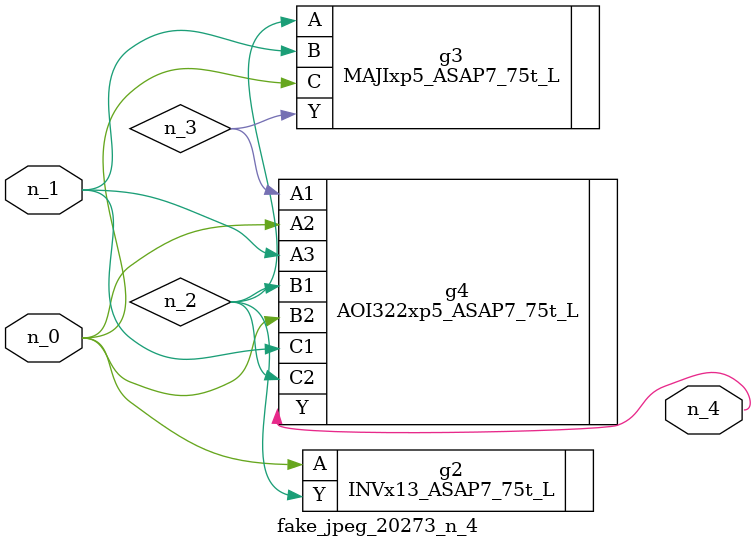
<source format=v>
module fake_jpeg_20273_n_4 (n_0, n_1, n_4);

input n_0;
input n_1;

output n_4;

wire n_2;
wire n_3;

INVx13_ASAP7_75t_L g2 ( 
.A(n_0),
.Y(n_2)
);

MAJIxp5_ASAP7_75t_L g3 ( 
.A(n_2),
.B(n_1),
.C(n_0),
.Y(n_3)
);

AOI322xp5_ASAP7_75t_L g4 ( 
.A1(n_3),
.A2(n_0),
.A3(n_1),
.B1(n_2),
.B2(n_0),
.C1(n_1),
.C2(n_2),
.Y(n_4)
);


endmodule
</source>
